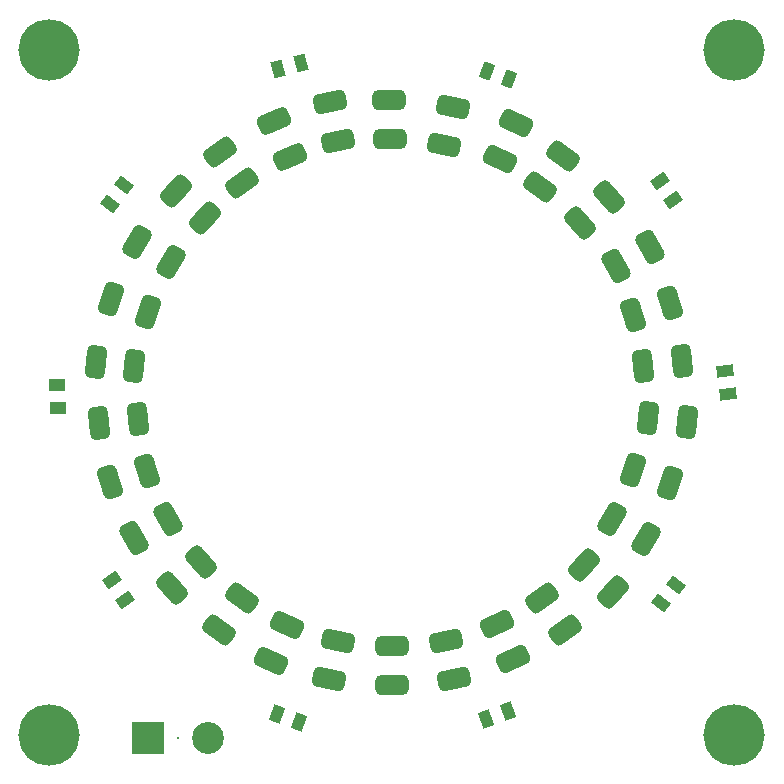
<source format=gts>
G04*
G04 #@! TF.GenerationSoftware,Altium Limited,Altium Designer,18.1.6 (161)*
G04*
G04 Layer_Color=8388736*
%FSTAX25Y25*%
%MOIN*%
G70*
G01*
G75*
G04:AMPARAMS|DCode=43|XSize=38mil|YSize=55.24mil|CornerRadius=0mil|HoleSize=0mil|Usage=FLASHONLY|Rotation=19.379|XOffset=0mil|YOffset=0mil|HoleType=Round|Shape=Rectangle|*
%AMROTATEDRECTD43*
4,1,4,-0.00876,-0.03236,-0.02709,0.01975,0.00876,0.03236,0.02709,-0.01975,-0.00876,-0.03236,0.0*
%
%ADD43ROTATEDRECTD43*%

G04:AMPARAMS|DCode=44|XSize=110.36mil|YSize=67.06mil|CornerRadius=18.76mil|HoleSize=0mil|Usage=FLASHONLY|Rotation=347.762|XOffset=0mil|YOffset=0mil|HoleType=Round|Shape=RoundedRectangle|*
%AMROUNDEDRECTD44*
21,1,0.11036,0.02953,0,0,347.8*
21,1,0.07284,0.06706,0,0,347.8*
1,1,0.03753,0.03246,-0.02215*
1,1,0.03753,-0.03872,-0.00671*
1,1,0.03753,-0.03246,0.02215*
1,1,0.03753,0.03872,0.00671*
%
%ADD44ROUNDEDRECTD44*%
G04:AMPARAMS|DCode=45|XSize=110.36mil|YSize=67.06mil|CornerRadius=18.76mil|HoleSize=0mil|Usage=FLASHONLY|Rotation=287.797|XOffset=0mil|YOffset=0mil|HoleType=Round|Shape=RoundedRectangle|*
%AMROUNDEDRECTD45*
21,1,0.11036,0.02953,0,0,287.8*
21,1,0.07284,0.06706,0,0,287.8*
1,1,0.03753,-0.00293,-0.03919*
1,1,0.03753,-0.02519,0.03016*
1,1,0.03753,0.00293,0.03919*
1,1,0.03753,0.02519,-0.03016*
%
%ADD45ROUNDEDRECTD45*%
G04:AMPARAMS|DCode=46|XSize=110.36mil|YSize=67.06mil|CornerRadius=18.76mil|HoleSize=0mil|Usage=FLASHONLY|Rotation=119.634|XOffset=0mil|YOffset=0mil|HoleType=Round|Shape=RoundedRectangle|*
%AMROUNDEDRECTD46*
21,1,0.11036,0.02953,0,0,119.6*
21,1,0.07284,0.06706,0,0,119.6*
1,1,0.03753,-0.00517,0.03895*
1,1,0.03753,0.03084,-0.02435*
1,1,0.03753,0.00517,-0.03895*
1,1,0.03753,-0.03084,0.02435*
%
%ADD46ROUNDEDRECTD46*%
G04:AMPARAMS|DCode=47|XSize=110.36mil|YSize=67.06mil|CornerRadius=18.76mil|HoleSize=0mil|Usage=FLASHONLY|Rotation=311.686|XOffset=0mil|YOffset=0mil|HoleType=Round|Shape=RoundedRectangle|*
%AMROUNDEDRECTD47*
21,1,0.11036,0.02953,0,0,311.7*
21,1,0.07284,0.06706,0,0,311.7*
1,1,0.03753,0.01319,-0.03702*
1,1,0.03753,-0.03525,0.01738*
1,1,0.03753,-0.01319,0.03702*
1,1,0.03753,0.03525,-0.01738*
%
%ADD47ROUNDEDRECTD47*%
G04:AMPARAMS|DCode=48|XSize=110.36mil|YSize=67.06mil|CornerRadius=18.76mil|HoleSize=0mil|Usage=FLASHONLY|Rotation=251.733|XOffset=0mil|YOffset=0mil|HoleType=Round|Shape=RoundedRectangle|*
%AMROUNDEDRECTD48*
21,1,0.11036,0.02953,0,0,251.7*
21,1,0.07284,0.06706,0,0,251.7*
1,1,0.03753,-0.02543,-0.02996*
1,1,0.03753,-0.00261,0.03921*
1,1,0.03753,0.02543,0.02996*
1,1,0.03753,0.00261,-0.03921*
%
%ADD48ROUNDEDRECTD48*%
G04:AMPARAMS|DCode=49|XSize=110.36mil|YSize=67.06mil|CornerRadius=18.76mil|HoleSize=0mil|Usage=FLASHONLY|Rotation=84.255|XOffset=0mil|YOffset=0mil|HoleType=Round|Shape=RoundedRectangle|*
%AMROUNDEDRECTD49*
21,1,0.11036,0.02953,0,0,84.3*
21,1,0.07284,0.06706,0,0,84.3*
1,1,0.03753,0.01834,0.03476*
1,1,0.03753,0.01104,-0.03771*
1,1,0.03753,-0.01834,-0.03476*
1,1,0.03753,-0.01104,0.03771*
%
%ADD49ROUNDEDRECTD49*%
G04:AMPARAMS|DCode=50|XSize=110.36mil|YSize=67.06mil|CornerRadius=18.76mil|HoleSize=0mil|Usage=FLASHONLY|Rotation=276.117|XOffset=0mil|YOffset=0mil|HoleType=Round|Shape=RoundedRectangle|*
%AMROUNDEDRECTD50*
21,1,0.11036,0.02953,0,0,276.1*
21,1,0.07284,0.06706,0,0,276.1*
1,1,0.03753,-0.01080,-0.03778*
1,1,0.03753,-0.01856,0.03464*
1,1,0.03753,0.01080,0.03778*
1,1,0.03753,0.01856,-0.03464*
%
%ADD50ROUNDEDRECTD50*%
G04:AMPARAMS|DCode=51|XSize=110.36mil|YSize=67.06mil|CornerRadius=18.76mil|HoleSize=0mil|Usage=FLASHONLY|Rotation=215.602|XOffset=0mil|YOffset=0mil|HoleType=Round|Shape=RoundedRectangle|*
%AMROUNDEDRECTD51*
21,1,0.11036,0.02953,0,0,215.6*
21,1,0.07284,0.06706,0,0,215.6*
1,1,0.03753,-0.03820,-0.00920*
1,1,0.03753,0.02101,0.03321*
1,1,0.03753,0.03820,0.00920*
1,1,0.03753,-0.02101,-0.03321*
%
%ADD51ROUNDEDRECTD51*%
G04:AMPARAMS|DCode=52|XSize=110.36mil|YSize=67.06mil|CornerRadius=18.76mil|HoleSize=0mil|Usage=FLASHONLY|Rotation=46.965|XOffset=0mil|YOffset=0mil|HoleType=Round|Shape=RoundedRectangle|*
%AMROUNDEDRECTD52*
21,1,0.11036,0.02953,0,0,47.0*
21,1,0.07284,0.06706,0,0,47.0*
1,1,0.03753,0.03564,0.01654*
1,1,0.03753,-0.01406,-0.03669*
1,1,0.03753,-0.03564,-0.01654*
1,1,0.03753,0.01406,0.03669*
%
%ADD52ROUNDEDRECTD52*%
G04:AMPARAMS|DCode=53|XSize=110.36mil|YSize=67.06mil|CornerRadius=18.76mil|HoleSize=0mil|Usage=FLASHONLY|Rotation=239.531|XOffset=0mil|YOffset=0mil|HoleType=Round|Shape=RoundedRectangle|*
%AMROUNDEDRECTD53*
21,1,0.11036,0.02953,0,0,239.5*
21,1,0.07284,0.06706,0,0,239.5*
1,1,0.03753,-0.03119,-0.02390*
1,1,0.03753,0.00574,0.03887*
1,1,0.03753,0.03119,0.02390*
1,1,0.03753,-0.00574,-0.03887*
%
%ADD53ROUNDEDRECTD53*%
G04:AMPARAMS|DCode=54|XSize=110.36mil|YSize=67.06mil|CornerRadius=18.76mil|HoleSize=0mil|Usage=FLASHONLY|Rotation=180.472|XOffset=0mil|YOffset=0mil|HoleType=Round|Shape=RoundedRectangle|*
%AMROUNDEDRECTD54*
21,1,0.11036,0.02953,0,0,180.5*
21,1,0.07284,0.06706,0,0,180.5*
1,1,0.03753,-0.03654,0.01446*
1,1,0.03753,0.03630,0.01506*
1,1,0.03753,0.03654,-0.01446*
1,1,0.03753,-0.03630,-0.01506*
%
%ADD54ROUNDEDRECTD54*%
G04:AMPARAMS|DCode=55|XSize=110.36mil|YSize=67.06mil|CornerRadius=18.76mil|HoleSize=0mil|Usage=FLASHONLY|Rotation=12.011|XOffset=0mil|YOffset=0mil|HoleType=Round|Shape=RoundedRectangle|*
%AMROUNDEDRECTD55*
21,1,0.11036,0.02953,0,0,12.0*
21,1,0.07284,0.06706,0,0,12.0*
1,1,0.03753,0.03869,-0.00686*
1,1,0.03753,-0.03255,-0.02202*
1,1,0.03753,-0.03869,0.00686*
1,1,0.03753,0.03255,0.02202*
%
%ADD55ROUNDEDRECTD55*%
G04:AMPARAMS|DCode=56|XSize=110.36mil|YSize=67.06mil|CornerRadius=18.76mil|HoleSize=0mil|Usage=FLASHONLY|Rotation=203.438|XOffset=0mil|YOffset=0mil|HoleType=Round|Shape=RoundedRectangle|*
%AMROUNDEDRECTD56*
21,1,0.11036,0.02953,0,0,203.4*
21,1,0.07284,0.06706,0,0,203.4*
1,1,0.03753,-0.03928,-0.00094*
1,1,0.03753,0.02754,0.02803*
1,1,0.03753,0.03928,0.00094*
1,1,0.03753,-0.02754,-0.02803*
%
%ADD56ROUNDEDRECTD56*%
G04:AMPARAMS|DCode=57|XSize=110.36mil|YSize=67.06mil|CornerRadius=18.76mil|HoleSize=0mil|Usage=FLASHONLY|Rotation=144.007|XOffset=0mil|YOffset=0mil|HoleType=Round|Shape=RoundedRectangle|*
%AMROUNDEDRECTD57*
21,1,0.11036,0.02953,0,0,144.0*
21,1,0.07284,0.06706,0,0,144.0*
1,1,0.03753,-0.02079,0.03335*
1,1,0.03753,0.03814,-0.00946*
1,1,0.03753,0.02079,-0.03335*
1,1,0.03753,-0.03814,0.00946*
%
%ADD57ROUNDEDRECTD57*%
G04:AMPARAMS|DCode=58|XSize=110.36mil|YSize=67.06mil|CornerRadius=18.76mil|HoleSize=0mil|Usage=FLASHONLY|Rotation=335.136|XOffset=0mil|YOffset=0mil|HoleType=Round|Shape=RoundedRectangle|*
%AMROUNDEDRECTD58*
21,1,0.11036,0.02953,0,0,335.1*
21,1,0.07284,0.06706,0,0,335.1*
1,1,0.03753,0.02683,-0.02871*
1,1,0.03753,-0.03925,0.00192*
1,1,0.03753,-0.02683,0.02871*
1,1,0.03753,0.03925,-0.00192*
%
%ADD58ROUNDEDRECTD58*%
G04:AMPARAMS|DCode=59|XSize=110.36mil|YSize=67.06mil|CornerRadius=18.76mil|HoleSize=0mil|Usage=FLASHONLY|Rotation=299.392|XOffset=0mil|YOffset=0mil|HoleType=Round|Shape=RoundedRectangle|*
%AMROUNDEDRECTD59*
21,1,0.11036,0.02953,0,0,299.4*
21,1,0.07284,0.06706,0,0,299.4*
1,1,0.03753,0.00501,-0.03898*
1,1,0.03753,-0.03074,0.02448*
1,1,0.03753,-0.00501,0.03898*
1,1,0.03753,0.03074,-0.02448*
%
%ADD59ROUNDEDRECTD59*%
G04:AMPARAMS|DCode=60|XSize=38mil|YSize=55.24mil|CornerRadius=0mil|HoleSize=0mil|Usage=FLASHONLY|Rotation=97.420|XOffset=0mil|YOffset=0mil|HoleType=Round|Shape=Rectangle|*
%AMROTATEDRECTD60*
4,1,4,0.02984,-0.01527,-0.02494,-0.02241,-0.02984,0.01527,0.02494,0.02241,0.02984,-0.01527,0.0*
%
%ADD60ROTATEDRECTD60*%

G04:AMPARAMS|DCode=61|XSize=38mil|YSize=55.24mil|CornerRadius=0mil|HoleSize=0mil|Usage=FLASHONLY|Rotation=123.970|XOffset=0mil|YOffset=0mil|HoleType=Round|Shape=Rectangle|*
%AMROTATEDRECTD61*
4,1,4,0.03352,-0.00032,-0.01229,-0.03119,-0.03352,0.00032,0.01229,0.03119,0.03352,-0.00032,0.0*
%
%ADD61ROTATEDRECTD61*%

G04:AMPARAMS|DCode=62|XSize=38mil|YSize=55.24mil|CornerRadius=0mil|HoleSize=0mil|Usage=FLASHONLY|Rotation=270.559|XOffset=0mil|YOffset=0mil|HoleType=Round|Shape=Rectangle|*
%AMROTATEDRECTD62*
4,1,4,-0.02781,0.01873,0.02743,0.01927,0.02781,-0.01873,-0.02743,-0.01927,-0.02781,0.01873,0.0*
%
%ADD62ROTATEDRECTD62*%

G04:AMPARAMS|DCode=63|XSize=38mil|YSize=55.24mil|CornerRadius=0mil|HoleSize=0mil|Usage=FLASHONLY|Rotation=195.119|XOffset=0mil|YOffset=0mil|HoleType=Round|Shape=Rectangle|*
%AMROTATEDRECTD63*
4,1,4,0.01114,0.03162,0.02555,-0.02171,-0.01114,-0.03162,-0.02555,0.02171,0.01114,0.03162,0.0*
%
%ADD63ROTATEDRECTD63*%

G04:AMPARAMS|DCode=64|XSize=38mil|YSize=55.24mil|CornerRadius=0mil|HoleSize=0mil|Usage=FLASHONLY|Rotation=340.051|XOffset=0mil|YOffset=0mil|HoleType=Round|Shape=Rectangle|*
%AMROTATEDRECTD64*
4,1,4,-0.02728,-0.01948,-0.00844,0.03245,0.02728,0.01948,0.00844,-0.03245,-0.02728,-0.01948,0.0*
%
%ADD64ROTATEDRECTD64*%

G04:AMPARAMS|DCode=65|XSize=110.36mil|YSize=67.06mil|CornerRadius=18.76mil|HoleSize=0mil|Usage=FLASHONLY|Rotation=155.890|XOffset=0mil|YOffset=0mil|HoleType=Round|Shape=RoundedRectangle|*
%AMROUNDEDRECTD65*
21,1,0.11036,0.02953,0,0,155.9*
21,1,0.07284,0.06706,0,0,155.9*
1,1,0.03753,-0.02721,0.02835*
1,1,0.03753,0.03927,-0.00140*
1,1,0.03753,0.02721,-0.02835*
1,1,0.03753,-0.03927,0.00140*
%
%ADD65ROUNDEDRECTD65*%
G04:AMPARAMS|DCode=66|XSize=38mil|YSize=55.24mil|CornerRadius=0mil|HoleSize=0mil|Usage=FLASHONLY|Rotation=159.109|XOffset=0mil|YOffset=0mil|HoleType=Round|Shape=Rectangle|*
%AMROTATEDRECTD66*
4,1,4,0.02760,0.01903,0.00790,-0.03258,-0.02760,-0.01903,-0.00790,0.03258,0.02760,0.01903,0.0*
%
%ADD66ROTATEDRECTD66*%

G04:AMPARAMS|DCode=67|XSize=110.36mil|YSize=67.06mil|CornerRadius=18.76mil|HoleSize=0mil|Usage=FLASHONLY|Rotation=227.973|XOffset=0mil|YOffset=0mil|HoleType=Round|Shape=RoundedRectangle|*
%AMROUNDEDRECTD67*
21,1,0.11036,0.02953,0,0,228.0*
21,1,0.07284,0.06706,0,0,228.0*
1,1,0.03753,-0.03535,-0.01717*
1,1,0.03753,0.01341,0.03694*
1,1,0.03753,0.03535,0.01717*
1,1,0.03753,-0.01341,-0.03694*
%
%ADD67ROUNDEDRECTD67*%
G04:AMPARAMS|DCode=68|XSize=110.36mil|YSize=67.06mil|CornerRadius=18.76mil|HoleSize=0mil|Usage=FLASHONLY|Rotation=24.460|XOffset=0mil|YOffset=0mil|HoleType=Round|Shape=RoundedRectangle|*
%AMROUNDEDRECTD68*
21,1,0.11036,0.02953,0,0,24.5*
21,1,0.07284,0.06706,0,0,24.5*
1,1,0.03753,0.03926,0.00164*
1,1,0.03753,-0.02704,-0.02852*
1,1,0.03753,-0.03926,-0.00164*
1,1,0.03753,0.02704,0.02852*
%
%ADD68ROUNDEDRECTD68*%
G04:AMPARAMS|DCode=69|XSize=38mil|YSize=55.24mil|CornerRadius=0mil|HoleSize=0mil|Usage=FLASHONLY|Rotation=51.575|XOffset=0mil|YOffset=0mil|HoleType=Round|Shape=Rectangle|*
%AMROTATEDRECTD69*
4,1,4,0.00983,-0.03205,-0.03345,0.00228,-0.00983,0.03205,0.03345,-0.00228,0.00983,-0.03205,0.0*
%
%ADD69ROTATEDRECTD69*%

%ADD70C,0.20485*%
%ADD71C,0.10642*%
%ADD72C,0.00800*%
%ADD73R,0.10642X0.10642*%
D43*
X0157339Y0017084D02*
D03*
X0164791Y0019705D02*
D03*
D44*
X0107894Y0042944D02*
D03*
X0105127Y0030242D02*
D03*
X0143501Y0208352D02*
D03*
X0146228Y0221063D02*
D03*
D45*
X0044363Y0099833D02*
D03*
X0031981Y0095871D02*
D03*
X0206248Y015166D02*
D03*
X0218636Y0155603D02*
D03*
D46*
X0040163Y0077223D02*
D03*
X0051469Y0083641D02*
D03*
D47*
X0062308Y006937D02*
D03*
X0052591Y0060733D02*
D03*
X0188726Y0182482D02*
D03*
X0198402Y0191165D02*
D03*
D48*
X004458Y0152851D02*
D03*
X0032239Y0156937D02*
D03*
X0206491Y0099872D02*
D03*
X0218853Y009585D02*
D03*
D49*
X0027266Y0135931D02*
D03*
X00402Y0134618D02*
D03*
X0224245Y0116043D02*
D03*
X0211313Y0117366D02*
D03*
D50*
X0041255Y0116937D02*
D03*
X0028327Y0115563D02*
D03*
X0209784Y0134854D02*
D03*
X0222713Y0136206D02*
D03*
D51*
X0076113Y0195557D02*
D03*
X0068555Y0206134D02*
D03*
X0176045Y0057261D02*
D03*
X0183695Y004675D02*
D03*
D52*
X0054163Y0193012D02*
D03*
X0063657Y0184131D02*
D03*
D53*
X0052323Y0169301D02*
D03*
X0041125Y0175903D02*
D03*
X0199397Y0083641D02*
D03*
X0210654Y0077138D02*
D03*
D54*
X0125217Y0210276D02*
D03*
X0125122Y0223276D02*
D03*
X0126008Y0041369D02*
D03*
X0126011Y0028369D02*
D03*
D55*
X0105381Y0222571D02*
D03*
X0108074Y0209853D02*
D03*
X0146634Y0030235D02*
D03*
X0143898Y0042944D02*
D03*
D56*
X0091917Y020442D02*
D03*
X0086757Y0216352D02*
D03*
D57*
X0175452Y0194213D02*
D03*
X0183102Y0204724D02*
D03*
X0076018Y005727D02*
D03*
X0068372Y0046756D02*
D03*
D58*
X0167458Y0215629D02*
D03*
X0161981Y0203839D02*
D03*
D59*
X0212019Y0174507D02*
D03*
X0200686Y0168137D02*
D03*
D60*
X0238165Y0125347D02*
D03*
X0237145Y0133181D02*
D03*
D61*
X0219674Y0189907D02*
D03*
X021526Y0196459D02*
D03*
X0032742Y0063299D02*
D03*
X0037118Y0056722D02*
D03*
D62*
X0014483Y0128495D02*
D03*
X001456Y0120595D02*
D03*
D63*
X0095663Y0235656D02*
D03*
X0088037Y0233595D02*
D03*
D64*
X0087644Y001883D02*
D03*
X009507Y0016134D02*
D03*
D65*
X0085808Y0036371D02*
D03*
X0091129Y0048232D02*
D03*
D66*
X0165107Y0230384D02*
D03*
X0157727Y0233202D02*
D03*
D67*
X0199689Y0059527D02*
D03*
X0190041Y0068239D02*
D03*
D68*
X0161041Y0048772D02*
D03*
X0166413Y0036934D02*
D03*
D69*
X0215681Y005556D02*
D03*
X022059Y0061749D02*
D03*
X0036839Y0195061D02*
D03*
X0031966Y0188844D02*
D03*
D70*
X0011836Y0240182D02*
D03*
X0240182D02*
D03*
Y0011836D02*
D03*
X0011836D02*
D03*
D71*
X0064677Y0010612D02*
D03*
D72*
X0054677Y0010612D02*
D03*
D73*
X0044677Y0010612D02*
D03*
M02*

</source>
